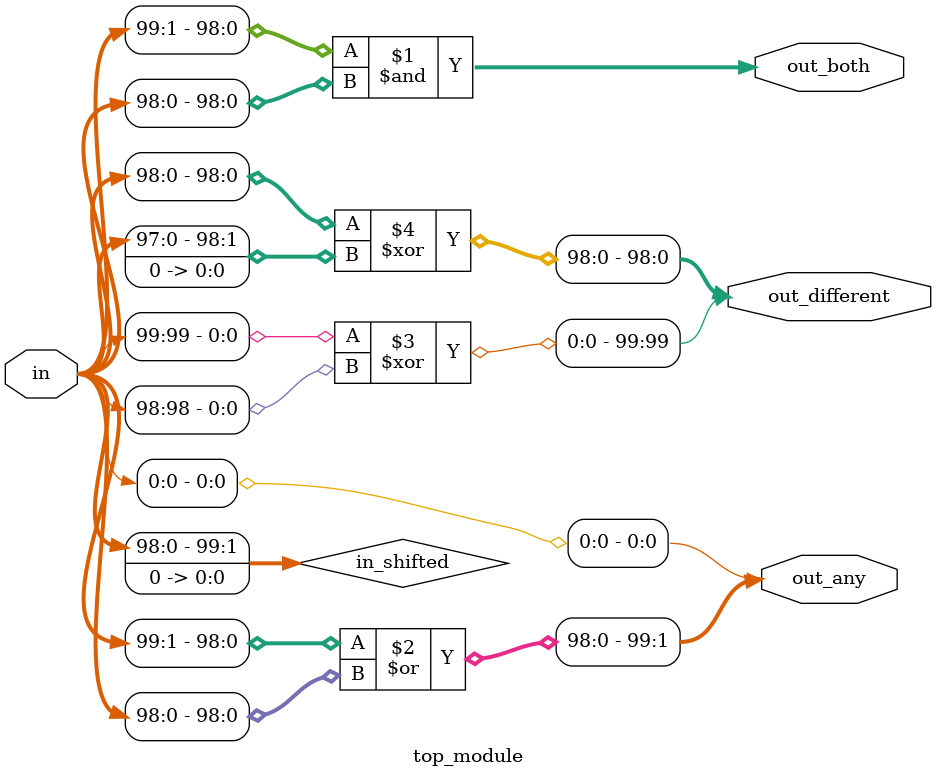
<source format=sv>
module top_module (
    input [99:0] in,
    output [98:0] out_both,
    output [99:0] out_any,
    output [99:0] out_different
);

    wire [99:0] in_shifted;

    // Shift the input signal by one bit to the right
    assign in_shifted[99:1] = in[98:0];
    assign in_shifted[0] = 1'b0;

    // Generate out_both signal
    assign out_both = in[99:1] & in_shifted[99:1];

    // Generate out_any signal
    assign out_any[99:1] = in[99:1] | in_shifted[99:1];
    assign out_any[0] = in[0];

    // Generate out_different signal
    assign out_different[99] = in[99] ^ in_shifted[99];
    assign out_different[98:0] = in[98:0] ^ in_shifted[98:0];

endmodule

</source>
